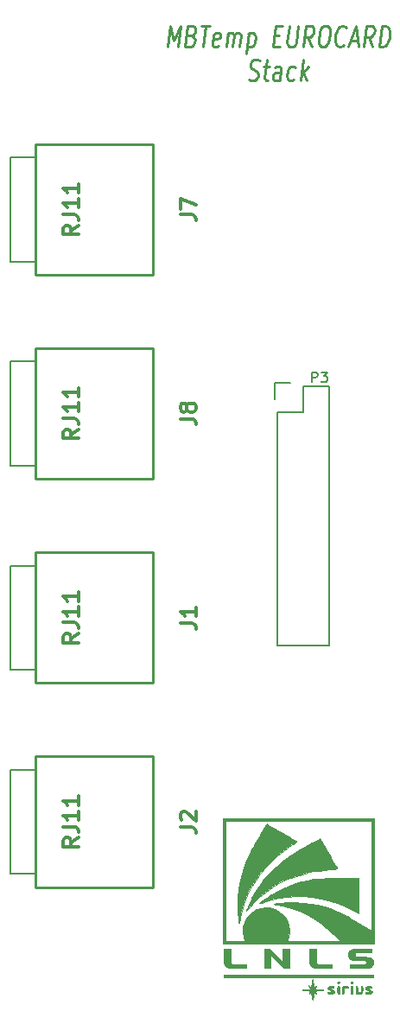
<source format=gto>
G04 #@! TF.FileFunction,Legend,Top*
%FSLAX46Y46*%
G04 Gerber Fmt 4.6, Leading zero omitted, Abs format (unit mm)*
G04 Created by KiCad (PCBNEW 4.0.4+e1-6308~48~ubuntu15.10.1-stable) date Tue Jun 20 15:04:26 2017*
%MOMM*%
%LPD*%
G01*
G04 APERTURE LIST*
%ADD10C,0.150000*%
%ADD11C,0.250000*%
%ADD12C,0.010000*%
%ADD13C,0.304800*%
G04 APERTURE END LIST*
D10*
D11*
X74639988Y-49770238D02*
X74893988Y-47738238D01*
X75220560Y-49189667D01*
X75909988Y-47738238D01*
X75655988Y-49770238D01*
X77022750Y-48705857D02*
X77228369Y-48802619D01*
X77288845Y-48899381D01*
X77337226Y-49092905D01*
X77300940Y-49383190D01*
X77204179Y-49576714D01*
X77119512Y-49673476D01*
X76962274Y-49770238D01*
X76381702Y-49770238D01*
X76635702Y-47738238D01*
X77143702Y-47738238D01*
X77276750Y-47835000D01*
X77337226Y-47931762D01*
X77385607Y-48125286D01*
X77361417Y-48318810D01*
X77264654Y-48512333D01*
X77179988Y-48609095D01*
X77022750Y-48705857D01*
X76514750Y-48705857D01*
X77941988Y-47738238D02*
X78812845Y-47738238D01*
X78123416Y-49770238D02*
X78377416Y-47738238D01*
X79659513Y-49673476D02*
X79502274Y-49770238D01*
X79211988Y-49770238D01*
X79078941Y-49673476D01*
X79030560Y-49479952D01*
X79127322Y-48705857D01*
X79224083Y-48512333D01*
X79381322Y-48415571D01*
X79671608Y-48415571D01*
X79804655Y-48512333D01*
X79853036Y-48705857D01*
X79828845Y-48899381D01*
X79078941Y-49092905D01*
X80373131Y-49770238D02*
X80542465Y-48415571D01*
X80518274Y-48609095D02*
X80602941Y-48512333D01*
X80760179Y-48415571D01*
X80977894Y-48415571D01*
X81110941Y-48512333D01*
X81159322Y-48705857D01*
X81026274Y-49770238D01*
X81159322Y-48705857D02*
X81256083Y-48512333D01*
X81413322Y-48415571D01*
X81631037Y-48415571D01*
X81764083Y-48512333D01*
X81812465Y-48705857D01*
X81679417Y-49770238D01*
X82574465Y-48415571D02*
X82320465Y-50447571D01*
X82562369Y-48512333D02*
X82719608Y-48415571D01*
X83009894Y-48415571D01*
X83142941Y-48512333D01*
X83203417Y-48609095D01*
X83251798Y-48802619D01*
X83179226Y-49383190D01*
X83082465Y-49576714D01*
X82997799Y-49673476D01*
X82840560Y-49770238D01*
X82550274Y-49770238D01*
X82417227Y-49673476D01*
X85078179Y-48705857D02*
X85586179Y-48705857D01*
X85670845Y-49770238D02*
X84945131Y-49770238D01*
X85199131Y-47738238D01*
X85924845Y-47738238D01*
X86577988Y-47738238D02*
X86372369Y-49383190D01*
X86420751Y-49576714D01*
X86481227Y-49673476D01*
X86614274Y-49770238D01*
X86904560Y-49770238D01*
X87061798Y-49673476D01*
X87146465Y-49576714D01*
X87243226Y-49383190D01*
X87448845Y-47738238D01*
X88791416Y-49770238D02*
X88404369Y-48802619D01*
X87920559Y-49770238D02*
X88174559Y-47738238D01*
X88755131Y-47738238D01*
X88888178Y-47835000D01*
X88948655Y-47931762D01*
X88997035Y-48125286D01*
X88960750Y-48415571D01*
X88863988Y-48609095D01*
X88779321Y-48705857D01*
X88622084Y-48802619D01*
X88041512Y-48802619D01*
X89988845Y-47738238D02*
X90279131Y-47738238D01*
X90412178Y-47835000D01*
X90533131Y-48028524D01*
X90557322Y-48415571D01*
X90472655Y-49092905D01*
X90351702Y-49479952D01*
X90182369Y-49673476D01*
X90025131Y-49770238D01*
X89734845Y-49770238D01*
X89601798Y-49673476D01*
X89480845Y-49479952D01*
X89456655Y-49092905D01*
X89541322Y-48415571D01*
X89662274Y-48028524D01*
X89831607Y-47835000D01*
X89988845Y-47738238D01*
X91936178Y-49576714D02*
X91851512Y-49673476D01*
X91621702Y-49770238D01*
X91476559Y-49770238D01*
X91270940Y-49673476D01*
X91149988Y-49479952D01*
X91101606Y-49286429D01*
X91077416Y-48899381D01*
X91113702Y-48609095D01*
X91234654Y-48222048D01*
X91331417Y-48028524D01*
X91500749Y-47835000D01*
X91730559Y-47738238D01*
X91875702Y-47738238D01*
X92081321Y-47835000D01*
X92141797Y-47931762D01*
X92565131Y-49189667D02*
X93290845Y-49189667D01*
X92347416Y-49770238D02*
X93109416Y-47738238D01*
X93363416Y-49770238D01*
X94742273Y-49770238D02*
X94355226Y-48802619D01*
X93871416Y-49770238D02*
X94125416Y-47738238D01*
X94705988Y-47738238D01*
X94839035Y-47835000D01*
X94899512Y-47931762D01*
X94947892Y-48125286D01*
X94911607Y-48415571D01*
X94814845Y-48609095D01*
X94730178Y-48705857D01*
X94572941Y-48802619D01*
X93992369Y-48802619D01*
X95395416Y-49770238D02*
X95649416Y-47738238D01*
X96012273Y-47738238D01*
X96217893Y-47835000D01*
X96338845Y-48028524D01*
X96387226Y-48222048D01*
X96411416Y-48609095D01*
X96375130Y-48899381D01*
X96254178Y-49286429D01*
X96157416Y-49479952D01*
X95988084Y-49673476D01*
X95758273Y-49770238D01*
X95395416Y-49770238D01*
X82598656Y-52971476D02*
X82804274Y-53068238D01*
X83167131Y-53068238D01*
X83324370Y-52971476D01*
X83409036Y-52874714D01*
X83505798Y-52681190D01*
X83529989Y-52487667D01*
X83481607Y-52294143D01*
X83421131Y-52197381D01*
X83288084Y-52100619D01*
X83009893Y-52003857D01*
X82876846Y-51907095D01*
X82816369Y-51810333D01*
X82767989Y-51616810D01*
X82792179Y-51423286D01*
X82888941Y-51229762D01*
X82973608Y-51133000D01*
X83130845Y-51036238D01*
X83493703Y-51036238D01*
X83699322Y-51133000D01*
X84062180Y-51713571D02*
X84642751Y-51713571D01*
X84364560Y-51036238D02*
X84146846Y-52777952D01*
X84195228Y-52971476D01*
X84328274Y-53068238D01*
X84473417Y-53068238D01*
X85634560Y-53068238D02*
X85767608Y-52003857D01*
X85719227Y-51810333D01*
X85586180Y-51713571D01*
X85295894Y-51713571D01*
X85138655Y-51810333D01*
X85646656Y-52971476D02*
X85489417Y-53068238D01*
X85126560Y-53068238D01*
X84993513Y-52971476D01*
X84945132Y-52777952D01*
X84969322Y-52584429D01*
X85066084Y-52390905D01*
X85223322Y-52294143D01*
X85586179Y-52294143D01*
X85743417Y-52197381D01*
X87025513Y-52971476D02*
X86868274Y-53068238D01*
X86577988Y-53068238D01*
X86444942Y-52971476D01*
X86384465Y-52874714D01*
X86336084Y-52681190D01*
X86408656Y-52100619D01*
X86505417Y-51907095D01*
X86590084Y-51810333D01*
X86747322Y-51713571D01*
X87037608Y-51713571D01*
X87170655Y-51810333D01*
X87666560Y-53068238D02*
X87920560Y-51036238D01*
X87908465Y-52294143D02*
X88247132Y-53068238D01*
X88416466Y-51713571D02*
X87739132Y-52487667D01*
D10*
X90481200Y-108420000D02*
X90481200Y-83020000D01*
X85401200Y-85560000D02*
X85401200Y-108420000D01*
X90481200Y-108420000D02*
X85401200Y-108420000D01*
X90481200Y-83020000D02*
X87941200Y-83020000D01*
X86671200Y-82740000D02*
X85121200Y-82740000D01*
X87941200Y-83020000D02*
X87941200Y-85560000D01*
X87941200Y-85560000D02*
X85401200Y-85560000D01*
X85121200Y-82740000D02*
X85121200Y-84290000D01*
X59241200Y-120620000D02*
X59241200Y-130820000D01*
X61741200Y-130820000D02*
X59241200Y-130820000D01*
X61741200Y-120620000D02*
X59241200Y-120620000D01*
D11*
X73241200Y-132120000D02*
X61741200Y-132120000D01*
X73241200Y-119320000D02*
X61741200Y-119320000D01*
X73241200Y-119320000D02*
X73241200Y-132120000D01*
X61741200Y-119320000D02*
X61741200Y-132120000D01*
D10*
X59241200Y-100620000D02*
X59241200Y-110820000D01*
X61741200Y-110820000D02*
X59241200Y-110820000D01*
X61741200Y-100620000D02*
X59241200Y-100620000D01*
D11*
X73241200Y-112120000D02*
X61741200Y-112120000D01*
X73241200Y-99320000D02*
X61741200Y-99320000D01*
X73241200Y-99320000D02*
X73241200Y-112120000D01*
X61741200Y-99320000D02*
X61741200Y-112120000D01*
D10*
X59241200Y-80620000D02*
X59241200Y-90820000D01*
X61741200Y-90820000D02*
X59241200Y-90820000D01*
X61741200Y-80620000D02*
X59241200Y-80620000D01*
D11*
X73241200Y-92120000D02*
X61741200Y-92120000D01*
X73241200Y-79320000D02*
X61741200Y-79320000D01*
X73241200Y-79320000D02*
X73241200Y-92120000D01*
X61741200Y-79320000D02*
X61741200Y-92120000D01*
D10*
X59241200Y-60620000D02*
X59241200Y-70820000D01*
X61741200Y-70820000D02*
X59241200Y-70820000D01*
X61741200Y-60620000D02*
X59241200Y-60620000D01*
D11*
X73241200Y-72120000D02*
X61741200Y-72120000D01*
X73241200Y-59320000D02*
X61741200Y-59320000D01*
X73241200Y-59320000D02*
X73241200Y-72120000D01*
X61741200Y-59320000D02*
X61741200Y-72120000D01*
D12*
G36*
X88864287Y-141214795D02*
X88869937Y-141235488D01*
X88887860Y-141326207D01*
X88907997Y-141465123D01*
X88926056Y-141622552D01*
X88926423Y-141626257D01*
X88942664Y-141770152D01*
X88959204Y-141883088D01*
X88972737Y-141942875D01*
X88973941Y-141945323D01*
X89011517Y-141943959D01*
X89077803Y-141897841D01*
X89086584Y-141889810D01*
X89167171Y-141831416D01*
X89206132Y-141833280D01*
X89193749Y-141884314D01*
X89141231Y-141952153D01*
X89086563Y-142023599D01*
X89072479Y-142071078D01*
X89074706Y-142074501D01*
X89122047Y-142088456D01*
X89229177Y-142105752D01*
X89377961Y-142123742D01*
X89481912Y-142133968D01*
X89689872Y-142153713D01*
X89823016Y-142169446D01*
X89884486Y-142182652D01*
X89877427Y-142194810D01*
X89804981Y-142207405D01*
X89670292Y-142221917D01*
X89668769Y-142222065D01*
X89495103Y-142239439D01*
X89321010Y-142257764D01*
X89206260Y-142270549D01*
X89017289Y-142292564D01*
X89125257Y-142405259D01*
X89192237Y-142491092D01*
X89205054Y-142540823D01*
X89169727Y-142543612D01*
X89092272Y-142488621D01*
X89083481Y-142480505D01*
X89030580Y-142434908D01*
X88994411Y-142422849D01*
X88970076Y-142454153D01*
X88952677Y-142538645D01*
X88937317Y-142686149D01*
X88928473Y-142791455D01*
X88906980Y-142976987D01*
X88879105Y-143092732D01*
X88845891Y-143135825D01*
X88812419Y-143110330D01*
X88797841Y-143054402D01*
X88781498Y-142942141D01*
X88766397Y-142795222D01*
X88763139Y-142755232D01*
X88747231Y-142586215D01*
X88728552Y-142486962D01*
X88702852Y-142449098D01*
X88665880Y-142464248D01*
X88633231Y-142499230D01*
X88576821Y-142548354D01*
X88550292Y-142557846D01*
X88516907Y-142532223D01*
X88528649Y-142470816D01*
X88579358Y-142396812D01*
X88597885Y-142378623D01*
X88679769Y-142304518D01*
X88588115Y-142278769D01*
X88494294Y-142262147D01*
X88362862Y-142249841D01*
X88301077Y-142246873D01*
X88146188Y-142236525D01*
X87992865Y-142217983D01*
X87949385Y-142210515D01*
X87872355Y-142194468D01*
X87848454Y-142183148D01*
X87884742Y-142173081D01*
X87988276Y-142160792D01*
X88066615Y-142152815D01*
X88235889Y-142135185D01*
X88401507Y-142116932D01*
X88510617Y-142104072D01*
X88681081Y-142082818D01*
X88572082Y-141969047D01*
X88505384Y-141883719D01*
X88491127Y-141832892D01*
X88523981Y-141827783D01*
X88598616Y-141879611D01*
X88609724Y-141889810D01*
X88677596Y-141940502D01*
X88719525Y-141947960D01*
X88721672Y-141945323D01*
X88734984Y-141892217D01*
X88751520Y-141785265D01*
X88766441Y-141659076D01*
X88784416Y-141500964D01*
X88803964Y-141352871D01*
X88817210Y-141268307D01*
X88834407Y-141180892D01*
X88847121Y-141164909D01*
X88864287Y-141214795D01*
X88864287Y-141214795D01*
G37*
X88864287Y-141214795D02*
X88869937Y-141235488D01*
X88887860Y-141326207D01*
X88907997Y-141465123D01*
X88926056Y-141622552D01*
X88926423Y-141626257D01*
X88942664Y-141770152D01*
X88959204Y-141883088D01*
X88972737Y-141942875D01*
X88973941Y-141945323D01*
X89011517Y-141943959D01*
X89077803Y-141897841D01*
X89086584Y-141889810D01*
X89167171Y-141831416D01*
X89206132Y-141833280D01*
X89193749Y-141884314D01*
X89141231Y-141952153D01*
X89086563Y-142023599D01*
X89072479Y-142071078D01*
X89074706Y-142074501D01*
X89122047Y-142088456D01*
X89229177Y-142105752D01*
X89377961Y-142123742D01*
X89481912Y-142133968D01*
X89689872Y-142153713D01*
X89823016Y-142169446D01*
X89884486Y-142182652D01*
X89877427Y-142194810D01*
X89804981Y-142207405D01*
X89670292Y-142221917D01*
X89668769Y-142222065D01*
X89495103Y-142239439D01*
X89321010Y-142257764D01*
X89206260Y-142270549D01*
X89017289Y-142292564D01*
X89125257Y-142405259D01*
X89192237Y-142491092D01*
X89205054Y-142540823D01*
X89169727Y-142543612D01*
X89092272Y-142488621D01*
X89083481Y-142480505D01*
X89030580Y-142434908D01*
X88994411Y-142422849D01*
X88970076Y-142454153D01*
X88952677Y-142538645D01*
X88937317Y-142686149D01*
X88928473Y-142791455D01*
X88906980Y-142976987D01*
X88879105Y-143092732D01*
X88845891Y-143135825D01*
X88812419Y-143110330D01*
X88797841Y-143054402D01*
X88781498Y-142942141D01*
X88766397Y-142795222D01*
X88763139Y-142755232D01*
X88747231Y-142586215D01*
X88728552Y-142486962D01*
X88702852Y-142449098D01*
X88665880Y-142464248D01*
X88633231Y-142499230D01*
X88576821Y-142548354D01*
X88550292Y-142557846D01*
X88516907Y-142532223D01*
X88528649Y-142470816D01*
X88579358Y-142396812D01*
X88597885Y-142378623D01*
X88679769Y-142304518D01*
X88588115Y-142278769D01*
X88494294Y-142262147D01*
X88362862Y-142249841D01*
X88301077Y-142246873D01*
X88146188Y-142236525D01*
X87992865Y-142217983D01*
X87949385Y-142210515D01*
X87872355Y-142194468D01*
X87848454Y-142183148D01*
X87884742Y-142173081D01*
X87988276Y-142160792D01*
X88066615Y-142152815D01*
X88235889Y-142135185D01*
X88401507Y-142116932D01*
X88510617Y-142104072D01*
X88681081Y-142082818D01*
X88572082Y-141969047D01*
X88505384Y-141883719D01*
X88491127Y-141832892D01*
X88523981Y-141827783D01*
X88598616Y-141879611D01*
X88609724Y-141889810D01*
X88677596Y-141940502D01*
X88719525Y-141947960D01*
X88721672Y-141945323D01*
X88734984Y-141892217D01*
X88751520Y-141785265D01*
X88766441Y-141659076D01*
X88784416Y-141500964D01*
X88803964Y-141352871D01*
X88817210Y-141268307D01*
X88834407Y-141180892D01*
X88847121Y-141164909D01*
X88864287Y-141214795D01*
G36*
X90827469Y-141817974D02*
X90901775Y-141829448D01*
X90933010Y-141855364D01*
X90938769Y-141893538D01*
X90929826Y-141937936D01*
X90890871Y-141961541D01*
X90803714Y-141970698D01*
X90714077Y-141971905D01*
X90489385Y-141972119D01*
X90753154Y-142130378D01*
X90896533Y-142222537D01*
X90979813Y-142293401D01*
X91014277Y-142353493D01*
X91016923Y-142376349D01*
X91002315Y-142462341D01*
X90950265Y-142517264D01*
X90848436Y-142547025D01*
X90684491Y-142557531D01*
X90637877Y-142557846D01*
X90490445Y-142555901D01*
X90404734Y-142547073D01*
X90364346Y-142526869D01*
X90352884Y-142490797D01*
X90352615Y-142479692D01*
X90360882Y-142436712D01*
X90397387Y-142413039D01*
X90479692Y-142403016D01*
X90596846Y-142401007D01*
X90841077Y-142400477D01*
X90596846Y-142255715D01*
X90464678Y-142172151D01*
X90389366Y-142108032D01*
X90357084Y-142049452D01*
X90352615Y-142010060D01*
X90368143Y-141913587D01*
X90423111Y-141853788D01*
X90530101Y-141823460D01*
X90692585Y-141815384D01*
X90827469Y-141817974D01*
X90827469Y-141817974D01*
G37*
X90827469Y-141817974D02*
X90901775Y-141829448D01*
X90933010Y-141855364D01*
X90938769Y-141893538D01*
X90929826Y-141937936D01*
X90890871Y-141961541D01*
X90803714Y-141970698D01*
X90714077Y-141971905D01*
X90489385Y-141972119D01*
X90753154Y-142130378D01*
X90896533Y-142222537D01*
X90979813Y-142293401D01*
X91014277Y-142353493D01*
X91016923Y-142376349D01*
X91002315Y-142462341D01*
X90950265Y-142517264D01*
X90848436Y-142547025D01*
X90684491Y-142557531D01*
X90637877Y-142557846D01*
X90490445Y-142555901D01*
X90404734Y-142547073D01*
X90364346Y-142526869D01*
X90352884Y-142490797D01*
X90352615Y-142479692D01*
X90360882Y-142436712D01*
X90397387Y-142413039D01*
X90479692Y-142403016D01*
X90596846Y-142401007D01*
X90841077Y-142400477D01*
X90596846Y-142255715D01*
X90464678Y-142172151D01*
X90389366Y-142108032D01*
X90357084Y-142049452D01*
X90352615Y-142010060D01*
X90368143Y-141913587D01*
X90423111Y-141853788D01*
X90530101Y-141823460D01*
X90692585Y-141815384D01*
X90827469Y-141817974D01*
G36*
X91433411Y-141817962D02*
X91461954Y-141835455D01*
X91477635Y-141882504D01*
X91484307Y-141973746D01*
X91485821Y-142123821D01*
X91485846Y-142186615D01*
X91485168Y-142358593D01*
X91480564Y-142467056D01*
X91468183Y-142526644D01*
X91444172Y-142551996D01*
X91404678Y-142557752D01*
X91388154Y-142557846D01*
X91342896Y-142555268D01*
X91314353Y-142537774D01*
X91298672Y-142490726D01*
X91292001Y-142399484D01*
X91290486Y-142249409D01*
X91290461Y-142186615D01*
X91291140Y-142014637D01*
X91295743Y-141906174D01*
X91308124Y-141846586D01*
X91332136Y-141821233D01*
X91371629Y-141815478D01*
X91388154Y-141815384D01*
X91433411Y-141817962D01*
X91433411Y-141817962D01*
G37*
X91433411Y-141817962D02*
X91461954Y-141835455D01*
X91477635Y-141882504D01*
X91484307Y-141973746D01*
X91485821Y-142123821D01*
X91485846Y-142186615D01*
X91485168Y-142358593D01*
X91480564Y-142467056D01*
X91468183Y-142526644D01*
X91444172Y-142551996D01*
X91404678Y-142557752D01*
X91388154Y-142557846D01*
X91342896Y-142555268D01*
X91314353Y-142537774D01*
X91298672Y-142490726D01*
X91292001Y-142399484D01*
X91290486Y-142249409D01*
X91290461Y-142186615D01*
X91291140Y-142014637D01*
X91295743Y-141906174D01*
X91308124Y-141846586D01*
X91332136Y-141821233D01*
X91371629Y-141815478D01*
X91388154Y-141815384D01*
X91433411Y-141817962D01*
G36*
X92234238Y-141817974D02*
X92308545Y-141829448D01*
X92339779Y-141855364D01*
X92345538Y-141893538D01*
X92336210Y-141938703D01*
X92295876Y-141962231D01*
X92206016Y-141970858D01*
X92130615Y-141971692D01*
X91915692Y-141971692D01*
X91915692Y-142264769D01*
X91913846Y-142414615D01*
X91905429Y-142502536D01*
X91886122Y-142544728D01*
X91851607Y-142557386D01*
X91837538Y-142557846D01*
X91799171Y-142551532D01*
X91775907Y-142522288D01*
X91764023Y-142454660D01*
X91759796Y-142333196D01*
X91759385Y-142233507D01*
X91765283Y-142052362D01*
X91781900Y-141923926D01*
X91806277Y-141862276D01*
X91869803Y-141836708D01*
X91986700Y-141819891D01*
X92099354Y-141815384D01*
X92234238Y-141817974D01*
X92234238Y-141817974D01*
G37*
X92234238Y-141817974D02*
X92308545Y-141829448D01*
X92339779Y-141855364D01*
X92345538Y-141893538D01*
X92336210Y-141938703D01*
X92295876Y-141962231D01*
X92206016Y-141970858D01*
X92130615Y-141971692D01*
X91915692Y-141971692D01*
X91915692Y-142264769D01*
X91913846Y-142414615D01*
X91905429Y-142502536D01*
X91886122Y-142544728D01*
X91851607Y-142557386D01*
X91837538Y-142557846D01*
X91799171Y-142551532D01*
X91775907Y-142522288D01*
X91764023Y-142454660D01*
X91759796Y-142333196D01*
X91759385Y-142233507D01*
X91765283Y-142052362D01*
X91781900Y-141923926D01*
X91806277Y-141862276D01*
X91869803Y-141836708D01*
X91986700Y-141819891D01*
X92099354Y-141815384D01*
X92234238Y-141817974D01*
G36*
X92762026Y-141817962D02*
X92790569Y-141835455D01*
X92806251Y-141882504D01*
X92812922Y-141973746D01*
X92814437Y-142123821D01*
X92814461Y-142186615D01*
X92813783Y-142358593D01*
X92809179Y-142467056D01*
X92796798Y-142526644D01*
X92772787Y-142551996D01*
X92733294Y-142557752D01*
X92716769Y-142557846D01*
X92671512Y-142555268D01*
X92642969Y-142537774D01*
X92627288Y-142490726D01*
X92620616Y-142399484D01*
X92619102Y-142249409D01*
X92619077Y-142186615D01*
X92619755Y-142014637D01*
X92624359Y-141906174D01*
X92636740Y-141846586D01*
X92660751Y-141821233D01*
X92700244Y-141815478D01*
X92716769Y-141815384D01*
X92762026Y-141817962D01*
X92762026Y-141817962D01*
G37*
X92762026Y-141817962D02*
X92790569Y-141835455D01*
X92806251Y-141882504D01*
X92812922Y-141973746D01*
X92814437Y-142123821D01*
X92814461Y-142186615D01*
X92813783Y-142358593D01*
X92809179Y-142467056D01*
X92796798Y-142526644D01*
X92772787Y-142551996D01*
X92733294Y-142557752D01*
X92716769Y-142557846D01*
X92671512Y-142555268D01*
X92642969Y-142537774D01*
X92627288Y-142490726D01*
X92620616Y-142399484D01*
X92619102Y-142249409D01*
X92619077Y-142186615D01*
X92619755Y-142014637D01*
X92624359Y-141906174D01*
X92636740Y-141846586D01*
X92660751Y-141821233D01*
X92700244Y-141815478D01*
X92716769Y-141815384D01*
X92762026Y-141817962D01*
G36*
X93712521Y-141821698D02*
X93735785Y-141850942D01*
X93747669Y-141918570D01*
X93751896Y-142040033D01*
X93752308Y-142139723D01*
X93746409Y-142320868D01*
X93729792Y-142449304D01*
X93705415Y-142510953D01*
X93646323Y-142533101D01*
X93536520Y-142548859D01*
X93402108Y-142557308D01*
X93269189Y-142557526D01*
X93163863Y-142548596D01*
X93114051Y-142531794D01*
X93102392Y-142483406D01*
X93093429Y-142376289D01*
X93088523Y-142229856D01*
X93088000Y-142160564D01*
X93089352Y-141995317D01*
X93095676Y-141893202D01*
X93110367Y-141839211D01*
X93136824Y-141818336D01*
X93166154Y-141815384D01*
X93206113Y-141822306D01*
X93229558Y-141853870D01*
X93240810Y-141926271D01*
X93244185Y-142055705D01*
X93244308Y-142108461D01*
X93244308Y-142401538D01*
X93596000Y-142401538D01*
X93596000Y-142108461D01*
X93597846Y-141958614D01*
X93606263Y-141870693D01*
X93625570Y-141828502D01*
X93660086Y-141815844D01*
X93674154Y-141815384D01*
X93712521Y-141821698D01*
X93712521Y-141821698D01*
G37*
X93712521Y-141821698D02*
X93735785Y-141850942D01*
X93747669Y-141918570D01*
X93751896Y-142040033D01*
X93752308Y-142139723D01*
X93746409Y-142320868D01*
X93729792Y-142449304D01*
X93705415Y-142510953D01*
X93646323Y-142533101D01*
X93536520Y-142548859D01*
X93402108Y-142557308D01*
X93269189Y-142557526D01*
X93163863Y-142548596D01*
X93114051Y-142531794D01*
X93102392Y-142483406D01*
X93093429Y-142376289D01*
X93088523Y-142229856D01*
X93088000Y-142160564D01*
X93089352Y-141995317D01*
X93095676Y-141893202D01*
X93110367Y-141839211D01*
X93136824Y-141818336D01*
X93166154Y-141815384D01*
X93206113Y-141822306D01*
X93229558Y-141853870D01*
X93240810Y-141926271D01*
X93244185Y-142055705D01*
X93244308Y-142108461D01*
X93244308Y-142401538D01*
X93596000Y-142401538D01*
X93596000Y-142108461D01*
X93597846Y-141958614D01*
X93606263Y-141870693D01*
X93625570Y-141828502D01*
X93660086Y-141815844D01*
X93674154Y-141815384D01*
X93712521Y-141821698D01*
G36*
X94500700Y-141817974D02*
X94575006Y-141829448D01*
X94606240Y-141855364D01*
X94612000Y-141893538D01*
X94603057Y-141937936D01*
X94564102Y-141961541D01*
X94476945Y-141970698D01*
X94387308Y-141971905D01*
X94162615Y-141972119D01*
X94426385Y-142130378D01*
X94569764Y-142222537D01*
X94653044Y-142293401D01*
X94687508Y-142353493D01*
X94690154Y-142376349D01*
X94675545Y-142462341D01*
X94623495Y-142517264D01*
X94521667Y-142547025D01*
X94357722Y-142557531D01*
X94311108Y-142557846D01*
X94163676Y-142555901D01*
X94077964Y-142547073D01*
X94037576Y-142526869D01*
X94026115Y-142490797D01*
X94025846Y-142479692D01*
X94034112Y-142436712D01*
X94070618Y-142413039D01*
X94152923Y-142403016D01*
X94270077Y-142401007D01*
X94514308Y-142400477D01*
X94270077Y-142255715D01*
X94137909Y-142172151D01*
X94062597Y-142108032D01*
X94030315Y-142049452D01*
X94025846Y-142010060D01*
X94041373Y-141913587D01*
X94096342Y-141853788D01*
X94203332Y-141823460D01*
X94365815Y-141815384D01*
X94500700Y-141817974D01*
X94500700Y-141817974D01*
G37*
X94500700Y-141817974D02*
X94575006Y-141829448D01*
X94606240Y-141855364D01*
X94612000Y-141893538D01*
X94603057Y-141937936D01*
X94564102Y-141961541D01*
X94476945Y-141970698D01*
X94387308Y-141971905D01*
X94162615Y-141972119D01*
X94426385Y-142130378D01*
X94569764Y-142222537D01*
X94653044Y-142293401D01*
X94687508Y-142353493D01*
X94690154Y-142376349D01*
X94675545Y-142462341D01*
X94623495Y-142517264D01*
X94521667Y-142547025D01*
X94357722Y-142557531D01*
X94311108Y-142557846D01*
X94163676Y-142555901D01*
X94077964Y-142547073D01*
X94037576Y-142526869D01*
X94026115Y-142490797D01*
X94025846Y-142479692D01*
X94034112Y-142436712D01*
X94070618Y-142413039D01*
X94152923Y-142403016D01*
X94270077Y-142401007D01*
X94514308Y-142400477D01*
X94270077Y-142255715D01*
X94137909Y-142172151D01*
X94062597Y-142108032D01*
X94030315Y-142049452D01*
X94025846Y-142010060D01*
X94041373Y-141913587D01*
X94096342Y-141853788D01*
X94203332Y-141823460D01*
X94365815Y-141815384D01*
X94500700Y-141817974D01*
G36*
X88476923Y-141756769D02*
X88457385Y-141776307D01*
X88437846Y-141756769D01*
X88457385Y-141737230D01*
X88476923Y-141756769D01*
X88476923Y-141756769D01*
G37*
X88476923Y-141756769D02*
X88457385Y-141776307D01*
X88437846Y-141756769D01*
X88457385Y-141737230D01*
X88476923Y-141756769D01*
G36*
X91464760Y-141403855D02*
X91485846Y-141463692D01*
X91462950Y-141524977D01*
X91388154Y-141541846D01*
X91311547Y-141523529D01*
X91290461Y-141463692D01*
X91313358Y-141402406D01*
X91388154Y-141385538D01*
X91464760Y-141403855D01*
X91464760Y-141403855D01*
G37*
X91464760Y-141403855D02*
X91485846Y-141463692D01*
X91462950Y-141524977D01*
X91388154Y-141541846D01*
X91311547Y-141523529D01*
X91290461Y-141463692D01*
X91313358Y-141402406D01*
X91388154Y-141385538D01*
X91464760Y-141403855D01*
G36*
X92793376Y-141403855D02*
X92814461Y-141463692D01*
X92791565Y-141524977D01*
X92716769Y-141541846D01*
X92640162Y-141523529D01*
X92619077Y-141463692D01*
X92641973Y-141402406D01*
X92716769Y-141385538D01*
X92793376Y-141403855D01*
X92793376Y-141403855D01*
G37*
X92793376Y-141403855D02*
X92814461Y-141463692D01*
X92791565Y-141524977D01*
X92716769Y-141541846D01*
X92640162Y-141523529D01*
X92619077Y-141463692D01*
X92641973Y-141402406D01*
X92716769Y-141385538D01*
X92793376Y-141403855D01*
G36*
X94807385Y-140994769D02*
X80153538Y-140994769D01*
X80153538Y-140682153D01*
X94807385Y-140682153D01*
X94807385Y-140994769D01*
X94807385Y-140994769D01*
G37*
X94807385Y-140994769D02*
X80153538Y-140994769D01*
X80153538Y-140682153D01*
X94807385Y-140682153D01*
X94807385Y-140994769D01*
G36*
X80817846Y-138847314D02*
X80817575Y-139127233D01*
X80823148Y-139338666D01*
X80844144Y-139491193D01*
X80890142Y-139594394D01*
X80970723Y-139657848D01*
X81095465Y-139691135D01*
X81273948Y-139703833D01*
X81515752Y-139705523D01*
X81675762Y-139705230D01*
X82341846Y-139705230D01*
X82341846Y-140056923D01*
X81509972Y-140056923D01*
X81232105Y-140056482D01*
X81020390Y-140054461D01*
X80862830Y-140049811D01*
X80747424Y-140041483D01*
X80662174Y-140028430D01*
X80595081Y-140009602D01*
X80534145Y-139983952D01*
X80503741Y-139969000D01*
X80354519Y-139867041D01*
X80250068Y-139723370D01*
X80241461Y-139706720D01*
X80209227Y-139637245D01*
X80185966Y-139567052D01*
X80170230Y-139482154D01*
X80160574Y-139368570D01*
X80155551Y-139212315D01*
X80153715Y-138999405D01*
X80153538Y-138856796D01*
X80153538Y-138181230D01*
X80817846Y-138181230D01*
X80817846Y-138847314D01*
X80817846Y-138847314D01*
G37*
X80817846Y-138847314D02*
X80817575Y-139127233D01*
X80823148Y-139338666D01*
X80844144Y-139491193D01*
X80890142Y-139594394D01*
X80970723Y-139657848D01*
X81095465Y-139691135D01*
X81273948Y-139703833D01*
X81515752Y-139705523D01*
X81675762Y-139705230D01*
X82341846Y-139705230D01*
X82341846Y-140056923D01*
X81509972Y-140056923D01*
X81232105Y-140056482D01*
X81020390Y-140054461D01*
X80862830Y-140049811D01*
X80747424Y-140041483D01*
X80662174Y-140028430D01*
X80595081Y-140009602D01*
X80534145Y-139983952D01*
X80503741Y-139969000D01*
X80354519Y-139867041D01*
X80250068Y-139723370D01*
X80241461Y-139706720D01*
X80209227Y-139637245D01*
X80185966Y-139567052D01*
X80170230Y-139482154D01*
X80160574Y-139368570D01*
X80155551Y-139212315D01*
X80153715Y-138999405D01*
X80153538Y-138856796D01*
X80153538Y-138181230D01*
X80817846Y-138181230D01*
X80817846Y-138847314D01*
G36*
X86601231Y-140056923D02*
X86035478Y-140056923D01*
X85400047Y-139422367D01*
X84764615Y-138787811D01*
X84764615Y-140056923D01*
X84139385Y-140056923D01*
X84139385Y-138181230D01*
X84403154Y-138182116D01*
X84666923Y-138183003D01*
X85936923Y-139399827D01*
X85936923Y-138181230D01*
X86601231Y-138181230D01*
X86601231Y-140056923D01*
X86601231Y-140056923D01*
G37*
X86601231Y-140056923D02*
X86035478Y-140056923D01*
X85400047Y-139422367D01*
X84764615Y-138787811D01*
X84764615Y-140056923D01*
X84139385Y-140056923D01*
X84139385Y-138181230D01*
X84403154Y-138182116D01*
X84666923Y-138183003D01*
X85936923Y-139399827D01*
X85936923Y-138181230D01*
X86601231Y-138181230D01*
X86601231Y-140056923D01*
G36*
X89180308Y-138847314D02*
X89180667Y-139090149D01*
X89182798Y-139267373D01*
X89188279Y-139391531D01*
X89198689Y-139475167D01*
X89215607Y-139530823D01*
X89240612Y-139571044D01*
X89275284Y-139608374D01*
X89276224Y-139609314D01*
X89313636Y-139644231D01*
X89353646Y-139669444D01*
X89408798Y-139686534D01*
X89491635Y-139697078D01*
X89614702Y-139702656D01*
X89790541Y-139704847D01*
X90031696Y-139705230D01*
X90704308Y-139705230D01*
X90704308Y-140056923D01*
X89872434Y-140056923D01*
X89594566Y-140056482D01*
X89382852Y-140054461D01*
X89225291Y-140049811D01*
X89109886Y-140041483D01*
X89024636Y-140028430D01*
X88957542Y-140009602D01*
X88896607Y-139983952D01*
X88866203Y-139969000D01*
X88716981Y-139867041D01*
X88612529Y-139723370D01*
X88603923Y-139706720D01*
X88571689Y-139637245D01*
X88548427Y-139567052D01*
X88532692Y-139482154D01*
X88523036Y-139368570D01*
X88518013Y-139212315D01*
X88516176Y-138999405D01*
X88516000Y-138856796D01*
X88516000Y-138181230D01*
X89180308Y-138181230D01*
X89180308Y-138847314D01*
X89180308Y-138847314D01*
G37*
X89180308Y-138847314D02*
X89180667Y-139090149D01*
X89182798Y-139267373D01*
X89188279Y-139391531D01*
X89198689Y-139475167D01*
X89215607Y-139530823D01*
X89240612Y-139571044D01*
X89275284Y-139608374D01*
X89276224Y-139609314D01*
X89313636Y-139644231D01*
X89353646Y-139669444D01*
X89408798Y-139686534D01*
X89491635Y-139697078D01*
X89614702Y-139702656D01*
X89790541Y-139704847D01*
X90031696Y-139705230D01*
X90704308Y-139705230D01*
X90704308Y-140056923D01*
X89872434Y-140056923D01*
X89594566Y-140056482D01*
X89382852Y-140054461D01*
X89225291Y-140049811D01*
X89109886Y-140041483D01*
X89024636Y-140028430D01*
X88957542Y-140009602D01*
X88896607Y-139983952D01*
X88866203Y-139969000D01*
X88716981Y-139867041D01*
X88612529Y-139723370D01*
X88603923Y-139706720D01*
X88571689Y-139637245D01*
X88548427Y-139567052D01*
X88532692Y-139482154D01*
X88523036Y-139368570D01*
X88518013Y-139212315D01*
X88516176Y-138999405D01*
X88516000Y-138856796D01*
X88516000Y-138181230D01*
X89180308Y-138181230D01*
X89180308Y-138847314D01*
G36*
X94651077Y-138532923D02*
X93089802Y-138532923D01*
X93027508Y-138627994D01*
X92992442Y-138739362D01*
X93029325Y-138840732D01*
X93132087Y-138917541D01*
X93151535Y-138925562D01*
X93224185Y-138938672D01*
X93358443Y-138949778D01*
X93537770Y-138957986D01*
X93745629Y-138962403D01*
X93842775Y-138962915D01*
X94076338Y-138964018D01*
X94246130Y-138968241D01*
X94366517Y-138977154D01*
X94451864Y-138992329D01*
X94516540Y-139015335D01*
X94565505Y-139041924D01*
X94697880Y-139165042D01*
X94778549Y-139328998D01*
X94803122Y-139512428D01*
X94767208Y-139693967D01*
X94718682Y-139787375D01*
X94661585Y-139866431D01*
X94601662Y-139928354D01*
X94528969Y-139975224D01*
X94433561Y-140009121D01*
X94305493Y-140032122D01*
X94134823Y-140046309D01*
X93911604Y-140053760D01*
X93625893Y-140056555D01*
X93429923Y-140056862D01*
X92501846Y-140056923D01*
X92501846Y-139705230D01*
X93257790Y-139705230D01*
X93521521Y-139704621D01*
X93718186Y-139702150D01*
X93858866Y-139696852D01*
X93954643Y-139687762D01*
X94016599Y-139673915D01*
X94055816Y-139654347D01*
X94078405Y-139633769D01*
X94136508Y-139523833D01*
X94124101Y-139414954D01*
X94056228Y-139336215D01*
X94006730Y-139312108D01*
X93930062Y-139295015D01*
X93814211Y-139283901D01*
X93647161Y-139277728D01*
X93416899Y-139275462D01*
X93350903Y-139275384D01*
X93079027Y-139272982D01*
X92873023Y-139263620D01*
X92720699Y-139244069D01*
X92609862Y-139211097D01*
X92528318Y-139161473D01*
X92463876Y-139091966D01*
X92422110Y-139029256D01*
X92360707Y-138864272D01*
X92349104Y-138675259D01*
X92387466Y-138496776D01*
X92419225Y-138432103D01*
X92468871Y-138359156D01*
X92524941Y-138301815D01*
X92596981Y-138258221D01*
X92694540Y-138226518D01*
X92827166Y-138204850D01*
X93004406Y-138191360D01*
X93235808Y-138184192D01*
X93530921Y-138181488D01*
X93709367Y-138181230D01*
X94651077Y-138181230D01*
X94651077Y-138532923D01*
X94651077Y-138532923D01*
G37*
X94651077Y-138532923D02*
X93089802Y-138532923D01*
X93027508Y-138627994D01*
X92992442Y-138739362D01*
X93029325Y-138840732D01*
X93132087Y-138917541D01*
X93151535Y-138925562D01*
X93224185Y-138938672D01*
X93358443Y-138949778D01*
X93537770Y-138957986D01*
X93745629Y-138962403D01*
X93842775Y-138962915D01*
X94076338Y-138964018D01*
X94246130Y-138968241D01*
X94366517Y-138977154D01*
X94451864Y-138992329D01*
X94516540Y-139015335D01*
X94565505Y-139041924D01*
X94697880Y-139165042D01*
X94778549Y-139328998D01*
X94803122Y-139512428D01*
X94767208Y-139693967D01*
X94718682Y-139787375D01*
X94661585Y-139866431D01*
X94601662Y-139928354D01*
X94528969Y-139975224D01*
X94433561Y-140009121D01*
X94305493Y-140032122D01*
X94134823Y-140046309D01*
X93911604Y-140053760D01*
X93625893Y-140056555D01*
X93429923Y-140056862D01*
X92501846Y-140056923D01*
X92501846Y-139705230D01*
X93257790Y-139705230D01*
X93521521Y-139704621D01*
X93718186Y-139702150D01*
X93858866Y-139696852D01*
X93954643Y-139687762D01*
X94016599Y-139673915D01*
X94055816Y-139654347D01*
X94078405Y-139633769D01*
X94136508Y-139523833D01*
X94124101Y-139414954D01*
X94056228Y-139336215D01*
X94006730Y-139312108D01*
X93930062Y-139295015D01*
X93814211Y-139283901D01*
X93647161Y-139277728D01*
X93416899Y-139275462D01*
X93350903Y-139275384D01*
X93079027Y-139272982D01*
X92873023Y-139263620D01*
X92720699Y-139244069D01*
X92609862Y-139211097D01*
X92528318Y-139161473D01*
X92463876Y-139091966D01*
X92422110Y-139029256D01*
X92360707Y-138864272D01*
X92349104Y-138675259D01*
X92387466Y-138496776D01*
X92419225Y-138432103D01*
X92468871Y-138359156D01*
X92524941Y-138301815D01*
X92596981Y-138258221D01*
X92694540Y-138226518D01*
X92827166Y-138204850D01*
X93004406Y-138191360D01*
X93235808Y-138184192D01*
X93530921Y-138181488D01*
X93709367Y-138181230D01*
X94651077Y-138181230D01*
X94651077Y-138532923D01*
G36*
X94905077Y-137653692D02*
X87489043Y-137663562D01*
X86563127Y-137664703D01*
X85712554Y-137665549D01*
X84934515Y-137666086D01*
X84226201Y-137666298D01*
X83584800Y-137666170D01*
X83007504Y-137665689D01*
X82491504Y-137664839D01*
X82033988Y-137663605D01*
X81632147Y-137661973D01*
X81283173Y-137659928D01*
X80984254Y-137657455D01*
X80732581Y-137654539D01*
X80525345Y-137651166D01*
X80359735Y-137647320D01*
X80232942Y-137642988D01*
X80142157Y-137638154D01*
X80084569Y-137632803D01*
X80057368Y-137626921D01*
X80054392Y-137624485D01*
X80052368Y-137580551D01*
X80050532Y-137462691D01*
X80048889Y-137275130D01*
X80047445Y-137022096D01*
X80046206Y-136707815D01*
X80045178Y-136336513D01*
X80044367Y-135912419D01*
X80043778Y-135439757D01*
X80043418Y-134922756D01*
X80043292Y-134365642D01*
X80043407Y-133772640D01*
X80043767Y-133147979D01*
X80044380Y-132495885D01*
X80045251Y-131820584D01*
X80045810Y-131460000D01*
X80055429Y-125598461D01*
X80309846Y-125598461D01*
X80309846Y-137399692D01*
X81267231Y-137399692D01*
X81531461Y-137399258D01*
X81767754Y-137398039D01*
X81965541Y-137396158D01*
X82114251Y-137393737D01*
X82203317Y-137390900D01*
X82224615Y-137388568D01*
X82212289Y-137349064D01*
X82180126Y-137256961D01*
X82139499Y-137144337D01*
X82075734Y-136900854D01*
X82039409Y-136612609D01*
X82031255Y-136308288D01*
X82052003Y-136016577D01*
X82102384Y-135766163D01*
X82104221Y-135760049D01*
X82260515Y-135372098D01*
X82477180Y-135025841D01*
X82746667Y-134726974D01*
X83061426Y-134481195D01*
X83413908Y-134294200D01*
X83796563Y-134171685D01*
X84201842Y-134119348D01*
X84280589Y-134117808D01*
X84595178Y-134132754D01*
X84871321Y-134184244D01*
X85143257Y-134280103D01*
X85292154Y-134348989D01*
X85655615Y-134569215D01*
X85964293Y-134841101D01*
X86214322Y-135157526D01*
X86401841Y-135511370D01*
X86522984Y-135895511D01*
X86573888Y-136302829D01*
X86556882Y-136679916D01*
X86527279Y-136859882D01*
X86485782Y-137041174D01*
X86443394Y-137178657D01*
X86401317Y-137290969D01*
X86373492Y-137368325D01*
X86366789Y-137389923D01*
X86404794Y-137391585D01*
X86514546Y-137393159D01*
X86689637Y-137394619D01*
X86923659Y-137395942D01*
X87210205Y-137397104D01*
X87542867Y-137398080D01*
X87915237Y-137398847D01*
X88320909Y-137399381D01*
X88753475Y-137399658D01*
X88971783Y-137399692D01*
X91576797Y-137399692D01*
X91091706Y-136907758D01*
X90411478Y-136263027D01*
X89716749Y-135694352D01*
X89005605Y-135200657D01*
X88276132Y-134780864D01*
X87526417Y-134433897D01*
X86754545Y-134158677D01*
X85958603Y-133954128D01*
X85780615Y-133918606D01*
X85562315Y-133876616D01*
X85368437Y-133838159D01*
X85213103Y-133806128D01*
X85110437Y-133783418D01*
X85077231Y-133774526D01*
X85075018Y-133757226D01*
X85142047Y-133735830D01*
X85269587Y-133711575D01*
X85448909Y-133685696D01*
X85671281Y-133659431D01*
X85927974Y-133634016D01*
X86210257Y-133610686D01*
X86260044Y-133607025D01*
X87107564Y-133584111D01*
X87966554Y-133635525D01*
X88829990Y-133759656D01*
X89690850Y-133954898D01*
X90542110Y-134219643D01*
X91376748Y-134552281D01*
X92187740Y-134951206D01*
X92229365Y-134973860D01*
X92400041Y-135068571D01*
X92622508Y-135194084D01*
X92881228Y-135341517D01*
X93160662Y-135501986D01*
X93445274Y-135666609D01*
X93662432Y-135793099D01*
X93908117Y-135936252D01*
X94131571Y-136065584D01*
X94323997Y-136176074D01*
X94476598Y-136262699D01*
X94580576Y-136320438D01*
X94627136Y-136344269D01*
X94628528Y-136344615D01*
X94631220Y-136306282D01*
X94633819Y-136194256D01*
X94636308Y-136013000D01*
X94638669Y-135766974D01*
X94640881Y-135460642D01*
X94642927Y-135098463D01*
X94644788Y-134684899D01*
X94646444Y-134224413D01*
X94647878Y-133721466D01*
X94649071Y-133180519D01*
X94650004Y-132606033D01*
X94650657Y-132002472D01*
X94651014Y-131374295D01*
X94651077Y-130971538D01*
X94651077Y-125598461D01*
X80309846Y-125598461D01*
X80055429Y-125598461D01*
X80055846Y-125344461D01*
X94905077Y-125344461D01*
X94905077Y-137653692D01*
X94905077Y-137653692D01*
G37*
X94905077Y-137653692D02*
X87489043Y-137663562D01*
X86563127Y-137664703D01*
X85712554Y-137665549D01*
X84934515Y-137666086D01*
X84226201Y-137666298D01*
X83584800Y-137666170D01*
X83007504Y-137665689D01*
X82491504Y-137664839D01*
X82033988Y-137663605D01*
X81632147Y-137661973D01*
X81283173Y-137659928D01*
X80984254Y-137657455D01*
X80732581Y-137654539D01*
X80525345Y-137651166D01*
X80359735Y-137647320D01*
X80232942Y-137642988D01*
X80142157Y-137638154D01*
X80084569Y-137632803D01*
X80057368Y-137626921D01*
X80054392Y-137624485D01*
X80052368Y-137580551D01*
X80050532Y-137462691D01*
X80048889Y-137275130D01*
X80047445Y-137022096D01*
X80046206Y-136707815D01*
X80045178Y-136336513D01*
X80044367Y-135912419D01*
X80043778Y-135439757D01*
X80043418Y-134922756D01*
X80043292Y-134365642D01*
X80043407Y-133772640D01*
X80043767Y-133147979D01*
X80044380Y-132495885D01*
X80045251Y-131820584D01*
X80045810Y-131460000D01*
X80055429Y-125598461D01*
X80309846Y-125598461D01*
X80309846Y-137399692D01*
X81267231Y-137399692D01*
X81531461Y-137399258D01*
X81767754Y-137398039D01*
X81965541Y-137396158D01*
X82114251Y-137393737D01*
X82203317Y-137390900D01*
X82224615Y-137388568D01*
X82212289Y-137349064D01*
X82180126Y-137256961D01*
X82139499Y-137144337D01*
X82075734Y-136900854D01*
X82039409Y-136612609D01*
X82031255Y-136308288D01*
X82052003Y-136016577D01*
X82102384Y-135766163D01*
X82104221Y-135760049D01*
X82260515Y-135372098D01*
X82477180Y-135025841D01*
X82746667Y-134726974D01*
X83061426Y-134481195D01*
X83413908Y-134294200D01*
X83796563Y-134171685D01*
X84201842Y-134119348D01*
X84280589Y-134117808D01*
X84595178Y-134132754D01*
X84871321Y-134184244D01*
X85143257Y-134280103D01*
X85292154Y-134348989D01*
X85655615Y-134569215D01*
X85964293Y-134841101D01*
X86214322Y-135157526D01*
X86401841Y-135511370D01*
X86522984Y-135895511D01*
X86573888Y-136302829D01*
X86556882Y-136679916D01*
X86527279Y-136859882D01*
X86485782Y-137041174D01*
X86443394Y-137178657D01*
X86401317Y-137290969D01*
X86373492Y-137368325D01*
X86366789Y-137389923D01*
X86404794Y-137391585D01*
X86514546Y-137393159D01*
X86689637Y-137394619D01*
X86923659Y-137395942D01*
X87210205Y-137397104D01*
X87542867Y-137398080D01*
X87915237Y-137398847D01*
X88320909Y-137399381D01*
X88753475Y-137399658D01*
X88971783Y-137399692D01*
X91576797Y-137399692D01*
X91091706Y-136907758D01*
X90411478Y-136263027D01*
X89716749Y-135694352D01*
X89005605Y-135200657D01*
X88276132Y-134780864D01*
X87526417Y-134433897D01*
X86754545Y-134158677D01*
X85958603Y-133954128D01*
X85780615Y-133918606D01*
X85562315Y-133876616D01*
X85368437Y-133838159D01*
X85213103Y-133806128D01*
X85110437Y-133783418D01*
X85077231Y-133774526D01*
X85075018Y-133757226D01*
X85142047Y-133735830D01*
X85269587Y-133711575D01*
X85448909Y-133685696D01*
X85671281Y-133659431D01*
X85927974Y-133634016D01*
X86210257Y-133610686D01*
X86260044Y-133607025D01*
X87107564Y-133584111D01*
X87966554Y-133635525D01*
X88829990Y-133759656D01*
X89690850Y-133954898D01*
X90542110Y-134219643D01*
X91376748Y-134552281D01*
X92187740Y-134951206D01*
X92229365Y-134973860D01*
X92400041Y-135068571D01*
X92622508Y-135194084D01*
X92881228Y-135341517D01*
X93160662Y-135501986D01*
X93445274Y-135666609D01*
X93662432Y-135793099D01*
X93908117Y-135936252D01*
X94131571Y-136065584D01*
X94323997Y-136176074D01*
X94476598Y-136262699D01*
X94580576Y-136320438D01*
X94627136Y-136344269D01*
X94628528Y-136344615D01*
X94631220Y-136306282D01*
X94633819Y-136194256D01*
X94636308Y-136013000D01*
X94638669Y-135766974D01*
X94640881Y-135460642D01*
X94642927Y-135098463D01*
X94644788Y-134684899D01*
X94646444Y-134224413D01*
X94647878Y-133721466D01*
X94649071Y-133180519D01*
X94650004Y-132606033D01*
X94650657Y-132002472D01*
X94651014Y-131374295D01*
X94651077Y-130971538D01*
X94651077Y-125598461D01*
X80309846Y-125598461D01*
X80055429Y-125598461D01*
X80055846Y-125344461D01*
X94905077Y-125344461D01*
X94905077Y-137653692D01*
G36*
X84470153Y-125986797D02*
X84541733Y-126029002D01*
X84671063Y-126104168D01*
X84848034Y-126206491D01*
X85062535Y-126330164D01*
X85304457Y-126469380D01*
X85563689Y-126618335D01*
X85830122Y-126771221D01*
X86093646Y-126922233D01*
X86344150Y-127065565D01*
X86571525Y-127195409D01*
X86765661Y-127305960D01*
X86884472Y-127373344D01*
X87044897Y-127465922D01*
X87177066Y-127545684D01*
X87267913Y-127604493D01*
X87304371Y-127634208D01*
X87304549Y-127635006D01*
X87274102Y-127664742D01*
X87190771Y-127728973D01*
X87066650Y-127818768D01*
X86913833Y-127925194D01*
X86884538Y-127945204D01*
X86113531Y-128497227D01*
X85415878Y-129054317D01*
X84786779Y-129621616D01*
X84221435Y-130204268D01*
X83715046Y-130807417D01*
X83262812Y-131436204D01*
X82859934Y-132095775D01*
X82656386Y-132476000D01*
X82441126Y-132918850D01*
X82261790Y-133338258D01*
X82110940Y-133756124D01*
X81981139Y-134194347D01*
X81864948Y-134674826D01*
X81794444Y-135013868D01*
X81740140Y-135282454D01*
X81697947Y-135476242D01*
X81667263Y-135597545D01*
X81647487Y-135648677D01*
X81638017Y-135631952D01*
X81637222Y-135618435D01*
X81631327Y-135566675D01*
X81616434Y-135455936D01*
X81595057Y-135304541D01*
X81578705Y-135191846D01*
X81557064Y-135012580D01*
X81535743Y-134780034D01*
X81516670Y-134519065D01*
X81501776Y-134254530D01*
X81496796Y-134136769D01*
X81502475Y-133238929D01*
X81585959Y-132344195D01*
X81746918Y-131453859D01*
X81985024Y-130569216D01*
X82299947Y-129691559D01*
X82691360Y-128822181D01*
X82992765Y-128251171D01*
X83090807Y-128077716D01*
X83219410Y-127852957D01*
X83369353Y-127592859D01*
X83531410Y-127313387D01*
X83696360Y-127030506D01*
X83810006Y-126836627D01*
X84351537Y-125915065D01*
X84470153Y-125986797D01*
X84470153Y-125986797D01*
G37*
X84470153Y-125986797D02*
X84541733Y-126029002D01*
X84671063Y-126104168D01*
X84848034Y-126206491D01*
X85062535Y-126330164D01*
X85304457Y-126469380D01*
X85563689Y-126618335D01*
X85830122Y-126771221D01*
X86093646Y-126922233D01*
X86344150Y-127065565D01*
X86571525Y-127195409D01*
X86765661Y-127305960D01*
X86884472Y-127373344D01*
X87044897Y-127465922D01*
X87177066Y-127545684D01*
X87267913Y-127604493D01*
X87304371Y-127634208D01*
X87304549Y-127635006D01*
X87274102Y-127664742D01*
X87190771Y-127728973D01*
X87066650Y-127818768D01*
X86913833Y-127925194D01*
X86884538Y-127945204D01*
X86113531Y-128497227D01*
X85415878Y-129054317D01*
X84786779Y-129621616D01*
X84221435Y-130204268D01*
X83715046Y-130807417D01*
X83262812Y-131436204D01*
X82859934Y-132095775D01*
X82656386Y-132476000D01*
X82441126Y-132918850D01*
X82261790Y-133338258D01*
X82110940Y-133756124D01*
X81981139Y-134194347D01*
X81864948Y-134674826D01*
X81794444Y-135013868D01*
X81740140Y-135282454D01*
X81697947Y-135476242D01*
X81667263Y-135597545D01*
X81647487Y-135648677D01*
X81638017Y-135631952D01*
X81637222Y-135618435D01*
X81631327Y-135566675D01*
X81616434Y-135455936D01*
X81595057Y-135304541D01*
X81578705Y-135191846D01*
X81557064Y-135012580D01*
X81535743Y-134780034D01*
X81516670Y-134519065D01*
X81501776Y-134254530D01*
X81496796Y-134136769D01*
X81502475Y-133238929D01*
X81585959Y-132344195D01*
X81746918Y-131453859D01*
X81985024Y-130569216D01*
X82299947Y-129691559D01*
X82691360Y-128822181D01*
X82992765Y-128251171D01*
X83090807Y-128077716D01*
X83219410Y-127852957D01*
X83369353Y-127592859D01*
X83531410Y-127313387D01*
X83696360Y-127030506D01*
X83810006Y-126836627D01*
X84351537Y-125915065D01*
X84470153Y-125986797D01*
G36*
X92004447Y-131201334D02*
X92213065Y-131205786D01*
X93400615Y-131234515D01*
X93400615Y-132949411D01*
X93399970Y-133306879D01*
X93398125Y-133638957D01*
X93395214Y-133937769D01*
X93391373Y-134195439D01*
X93386737Y-134404090D01*
X93381440Y-134555845D01*
X93375617Y-134642827D01*
X93371308Y-134660958D01*
X93326968Y-134643015D01*
X93227489Y-134596540D01*
X93087371Y-134528471D01*
X92921116Y-134445749D01*
X92912154Y-134441240D01*
X92062649Y-134041877D01*
X91234848Y-133711333D01*
X90419088Y-133446841D01*
X89605708Y-133245636D01*
X88785044Y-133104953D01*
X87955981Y-133022580D01*
X87157547Y-133002883D01*
X86374176Y-133050702D01*
X85595285Y-133167586D01*
X84810288Y-133355082D01*
X84078679Y-133589456D01*
X83915248Y-133645373D01*
X83777975Y-133687715D01*
X83684102Y-133711434D01*
X83652900Y-133714094D01*
X83657091Y-133685636D01*
X83719555Y-133622746D01*
X83831617Y-133531313D01*
X83984601Y-133417225D01*
X84169830Y-133286371D01*
X84378629Y-133144640D01*
X84602322Y-132997920D01*
X84832231Y-132852100D01*
X85059683Y-132713070D01*
X85276000Y-132586716D01*
X85472506Y-132478929D01*
X85473502Y-132478405D01*
X86036536Y-132200016D01*
X86597407Y-131959299D01*
X87164431Y-131754685D01*
X87745923Y-131584602D01*
X88350202Y-131447481D01*
X88985582Y-131341751D01*
X89660380Y-131265842D01*
X90382913Y-131218183D01*
X91161497Y-131197204D01*
X92004447Y-131201334D01*
X92004447Y-131201334D01*
G37*
X92004447Y-131201334D02*
X92213065Y-131205786D01*
X93400615Y-131234515D01*
X93400615Y-132949411D01*
X93399970Y-133306879D01*
X93398125Y-133638957D01*
X93395214Y-133937769D01*
X93391373Y-134195439D01*
X93386737Y-134404090D01*
X93381440Y-134555845D01*
X93375617Y-134642827D01*
X93371308Y-134660958D01*
X93326968Y-134643015D01*
X93227489Y-134596540D01*
X93087371Y-134528471D01*
X92921116Y-134445749D01*
X92912154Y-134441240D01*
X92062649Y-134041877D01*
X91234848Y-133711333D01*
X90419088Y-133446841D01*
X89605708Y-133245636D01*
X88785044Y-133104953D01*
X87955981Y-133022580D01*
X87157547Y-133002883D01*
X86374176Y-133050702D01*
X85595285Y-133167586D01*
X84810288Y-133355082D01*
X84078679Y-133589456D01*
X83915248Y-133645373D01*
X83777975Y-133687715D01*
X83684102Y-133711434D01*
X83652900Y-133714094D01*
X83657091Y-133685636D01*
X83719555Y-133622746D01*
X83831617Y-133531313D01*
X83984601Y-133417225D01*
X84169830Y-133286371D01*
X84378629Y-133144640D01*
X84602322Y-132997920D01*
X84832231Y-132852100D01*
X85059683Y-132713070D01*
X85276000Y-132586716D01*
X85472506Y-132478929D01*
X85473502Y-132478405D01*
X86036536Y-132200016D01*
X86597407Y-131959299D01*
X87164431Y-131754685D01*
X87745923Y-131584602D01*
X88350202Y-131447481D01*
X88985582Y-131341751D01*
X89660380Y-131265842D01*
X90382913Y-131218183D01*
X91161497Y-131197204D01*
X92004447Y-131201334D01*
G36*
X89667159Y-127523641D02*
X89716689Y-127605866D01*
X89795921Y-127740141D01*
X89899903Y-127917877D01*
X90023683Y-128130485D01*
X90162311Y-128369377D01*
X90310833Y-128625962D01*
X90464299Y-128891652D01*
X90617756Y-129157858D01*
X90766254Y-129415991D01*
X90904841Y-129657461D01*
X91028564Y-129873679D01*
X91132472Y-130056057D01*
X91211614Y-130196005D01*
X91261038Y-130284934D01*
X91275995Y-130314319D01*
X91237043Y-130319750D01*
X91132456Y-130330583D01*
X90974479Y-130345651D01*
X90775353Y-130363787D01*
X90547424Y-130383813D01*
X89969228Y-130439748D01*
X89454120Y-130502884D01*
X88987184Y-130575535D01*
X88553506Y-130660014D01*
X88148485Y-130755971D01*
X87264322Y-131015423D01*
X86438974Y-131323571D01*
X85668129Y-131683036D01*
X84947476Y-132096437D01*
X84272705Y-132566395D01*
X83639502Y-133095528D01*
X83043558Y-133686457D01*
X82713222Y-134058615D01*
X82578032Y-134217940D01*
X82485510Y-134326112D01*
X82427592Y-134391427D01*
X82396209Y-134422178D01*
X82383297Y-134426661D01*
X82380789Y-134413170D01*
X82380923Y-134400331D01*
X82396611Y-134341419D01*
X82439499Y-134226350D01*
X82503326Y-134069598D01*
X82581830Y-133885633D01*
X82668747Y-133688927D01*
X82757815Y-133493952D01*
X82842773Y-133315180D01*
X82900806Y-133198923D01*
X83287884Y-132504164D01*
X83708847Y-131865008D01*
X84178014Y-131261391D01*
X84685838Y-130698000D01*
X85001642Y-130378650D01*
X85311897Y-130084998D01*
X85626283Y-129809895D01*
X85954479Y-129546191D01*
X86306165Y-129286737D01*
X86691019Y-129024385D01*
X87118722Y-128751984D01*
X87598952Y-128462386D01*
X88125231Y-128157648D01*
X88345810Y-128032363D01*
X88577545Y-127901517D01*
X88807337Y-127772431D01*
X89022088Y-127652424D01*
X89208696Y-127548814D01*
X89354063Y-127468923D01*
X89445089Y-127420069D01*
X89447297Y-127418925D01*
X89564713Y-127358207D01*
X89667159Y-127523641D01*
X89667159Y-127523641D01*
G37*
X89667159Y-127523641D02*
X89716689Y-127605866D01*
X89795921Y-127740141D01*
X89899903Y-127917877D01*
X90023683Y-128130485D01*
X90162311Y-128369377D01*
X90310833Y-128625962D01*
X90464299Y-128891652D01*
X90617756Y-129157858D01*
X90766254Y-129415991D01*
X90904841Y-129657461D01*
X91028564Y-129873679D01*
X91132472Y-130056057D01*
X91211614Y-130196005D01*
X91261038Y-130284934D01*
X91275995Y-130314319D01*
X91237043Y-130319750D01*
X91132456Y-130330583D01*
X90974479Y-130345651D01*
X90775353Y-130363787D01*
X90547424Y-130383813D01*
X89969228Y-130439748D01*
X89454120Y-130502884D01*
X88987184Y-130575535D01*
X88553506Y-130660014D01*
X88148485Y-130755971D01*
X87264322Y-131015423D01*
X86438974Y-131323571D01*
X85668129Y-131683036D01*
X84947476Y-132096437D01*
X84272705Y-132566395D01*
X83639502Y-133095528D01*
X83043558Y-133686457D01*
X82713222Y-134058615D01*
X82578032Y-134217940D01*
X82485510Y-134326112D01*
X82427592Y-134391427D01*
X82396209Y-134422178D01*
X82383297Y-134426661D01*
X82380789Y-134413170D01*
X82380923Y-134400331D01*
X82396611Y-134341419D01*
X82439499Y-134226350D01*
X82503326Y-134069598D01*
X82581830Y-133885633D01*
X82668747Y-133688927D01*
X82757815Y-133493952D01*
X82842773Y-133315180D01*
X82900806Y-133198923D01*
X83287884Y-132504164D01*
X83708847Y-131865008D01*
X84178014Y-131261391D01*
X84685838Y-130698000D01*
X85001642Y-130378650D01*
X85311897Y-130084998D01*
X85626283Y-129809895D01*
X85954479Y-129546191D01*
X86306165Y-129286737D01*
X86691019Y-129024385D01*
X87118722Y-128751984D01*
X87598952Y-128462386D01*
X88125231Y-128157648D01*
X88345810Y-128032363D01*
X88577545Y-127901517D01*
X88807337Y-127772431D01*
X89022088Y-127652424D01*
X89208696Y-127548814D01*
X89354063Y-127468923D01*
X89445089Y-127420069D01*
X89447297Y-127418925D01*
X89564713Y-127358207D01*
X89667159Y-127523641D01*
D10*
X88781905Y-82652381D02*
X88781905Y-81652381D01*
X89162858Y-81652381D01*
X89258096Y-81700000D01*
X89305715Y-81747619D01*
X89353334Y-81842857D01*
X89353334Y-81985714D01*
X89305715Y-82080952D01*
X89258096Y-82128571D01*
X89162858Y-82176190D01*
X88781905Y-82176190D01*
X89686667Y-81652381D02*
X90305715Y-81652381D01*
X89972381Y-82033333D01*
X90115239Y-82033333D01*
X90210477Y-82080952D01*
X90258096Y-82128571D01*
X90305715Y-82223810D01*
X90305715Y-82461905D01*
X90258096Y-82557143D01*
X90210477Y-82604762D01*
X90115239Y-82652381D01*
X89829524Y-82652381D01*
X89734286Y-82604762D01*
X89686667Y-82557143D01*
D13*
X75896629Y-126228000D02*
X76985200Y-126228000D01*
X77202914Y-126300572D01*
X77348057Y-126445715D01*
X77420629Y-126663429D01*
X77420629Y-126808572D01*
X76041771Y-125574857D02*
X75969200Y-125502286D01*
X75896629Y-125357143D01*
X75896629Y-124994286D01*
X75969200Y-124849143D01*
X76041771Y-124776572D01*
X76186914Y-124704000D01*
X76332057Y-124704000D01*
X76549771Y-124776572D01*
X77420629Y-125647429D01*
X77420629Y-124704000D01*
X65920629Y-127280286D02*
X65194914Y-127788286D01*
X65920629Y-128151143D02*
X64396629Y-128151143D01*
X64396629Y-127570571D01*
X64469200Y-127425429D01*
X64541771Y-127352857D01*
X64686914Y-127280286D01*
X64904629Y-127280286D01*
X65049771Y-127352857D01*
X65122343Y-127425429D01*
X65194914Y-127570571D01*
X65194914Y-128151143D01*
X64396629Y-126191714D02*
X65485200Y-126191714D01*
X65702914Y-126264286D01*
X65848057Y-126409429D01*
X65920629Y-126627143D01*
X65920629Y-126772286D01*
X65920629Y-124667714D02*
X65920629Y-125538571D01*
X65920629Y-125103143D02*
X64396629Y-125103143D01*
X64614343Y-125248286D01*
X64759486Y-125393428D01*
X64832057Y-125538571D01*
X65920629Y-123216285D02*
X65920629Y-124087142D01*
X65920629Y-123651714D02*
X64396629Y-123651714D01*
X64614343Y-123796857D01*
X64759486Y-123941999D01*
X64832057Y-124087142D01*
X75896629Y-106228000D02*
X76985200Y-106228000D01*
X77202914Y-106300572D01*
X77348057Y-106445715D01*
X77420629Y-106663429D01*
X77420629Y-106808572D01*
X77420629Y-104704000D02*
X77420629Y-105574857D01*
X77420629Y-105139429D02*
X75896629Y-105139429D01*
X76114343Y-105284572D01*
X76259486Y-105429714D01*
X76332057Y-105574857D01*
X65920629Y-107280286D02*
X65194914Y-107788286D01*
X65920629Y-108151143D02*
X64396629Y-108151143D01*
X64396629Y-107570571D01*
X64469200Y-107425429D01*
X64541771Y-107352857D01*
X64686914Y-107280286D01*
X64904629Y-107280286D01*
X65049771Y-107352857D01*
X65122343Y-107425429D01*
X65194914Y-107570571D01*
X65194914Y-108151143D01*
X64396629Y-106191714D02*
X65485200Y-106191714D01*
X65702914Y-106264286D01*
X65848057Y-106409429D01*
X65920629Y-106627143D01*
X65920629Y-106772286D01*
X65920629Y-104667714D02*
X65920629Y-105538571D01*
X65920629Y-105103143D02*
X64396629Y-105103143D01*
X64614343Y-105248286D01*
X64759486Y-105393428D01*
X64832057Y-105538571D01*
X65920629Y-103216285D02*
X65920629Y-104087142D01*
X65920629Y-103651714D02*
X64396629Y-103651714D01*
X64614343Y-103796857D01*
X64759486Y-103941999D01*
X64832057Y-104087142D01*
X75896629Y-86228000D02*
X76985200Y-86228000D01*
X77202914Y-86300572D01*
X77348057Y-86445715D01*
X77420629Y-86663429D01*
X77420629Y-86808572D01*
X76549771Y-85284572D02*
X76477200Y-85429714D01*
X76404629Y-85502286D01*
X76259486Y-85574857D01*
X76186914Y-85574857D01*
X76041771Y-85502286D01*
X75969200Y-85429714D01*
X75896629Y-85284572D01*
X75896629Y-84994286D01*
X75969200Y-84849143D01*
X76041771Y-84776572D01*
X76186914Y-84704000D01*
X76259486Y-84704000D01*
X76404629Y-84776572D01*
X76477200Y-84849143D01*
X76549771Y-84994286D01*
X76549771Y-85284572D01*
X76622343Y-85429714D01*
X76694914Y-85502286D01*
X76840057Y-85574857D01*
X77130343Y-85574857D01*
X77275486Y-85502286D01*
X77348057Y-85429714D01*
X77420629Y-85284572D01*
X77420629Y-84994286D01*
X77348057Y-84849143D01*
X77275486Y-84776572D01*
X77130343Y-84704000D01*
X76840057Y-84704000D01*
X76694914Y-84776572D01*
X76622343Y-84849143D01*
X76549771Y-84994286D01*
X65920629Y-87280286D02*
X65194914Y-87788286D01*
X65920629Y-88151143D02*
X64396629Y-88151143D01*
X64396629Y-87570571D01*
X64469200Y-87425429D01*
X64541771Y-87352857D01*
X64686914Y-87280286D01*
X64904629Y-87280286D01*
X65049771Y-87352857D01*
X65122343Y-87425429D01*
X65194914Y-87570571D01*
X65194914Y-88151143D01*
X64396629Y-86191714D02*
X65485200Y-86191714D01*
X65702914Y-86264286D01*
X65848057Y-86409429D01*
X65920629Y-86627143D01*
X65920629Y-86772286D01*
X65920629Y-84667714D02*
X65920629Y-85538571D01*
X65920629Y-85103143D02*
X64396629Y-85103143D01*
X64614343Y-85248286D01*
X64759486Y-85393428D01*
X64832057Y-85538571D01*
X65920629Y-83216285D02*
X65920629Y-84087142D01*
X65920629Y-83651714D02*
X64396629Y-83651714D01*
X64614343Y-83796857D01*
X64759486Y-83941999D01*
X64832057Y-84087142D01*
X75896629Y-66228000D02*
X76985200Y-66228000D01*
X77202914Y-66300572D01*
X77348057Y-66445715D01*
X77420629Y-66663429D01*
X77420629Y-66808572D01*
X75896629Y-65647429D02*
X75896629Y-64631429D01*
X77420629Y-65284572D01*
X65920629Y-67280286D02*
X65194914Y-67788286D01*
X65920629Y-68151143D02*
X64396629Y-68151143D01*
X64396629Y-67570571D01*
X64469200Y-67425429D01*
X64541771Y-67352857D01*
X64686914Y-67280286D01*
X64904629Y-67280286D01*
X65049771Y-67352857D01*
X65122343Y-67425429D01*
X65194914Y-67570571D01*
X65194914Y-68151143D01*
X64396629Y-66191714D02*
X65485200Y-66191714D01*
X65702914Y-66264286D01*
X65848057Y-66409429D01*
X65920629Y-66627143D01*
X65920629Y-66772286D01*
X65920629Y-64667714D02*
X65920629Y-65538571D01*
X65920629Y-65103143D02*
X64396629Y-65103143D01*
X64614343Y-65248286D01*
X64759486Y-65393428D01*
X64832057Y-65538571D01*
X65920629Y-63216285D02*
X65920629Y-64087142D01*
X65920629Y-63651714D02*
X64396629Y-63651714D01*
X64614343Y-63796857D01*
X64759486Y-63941999D01*
X64832057Y-64087142D01*
M02*

</source>
